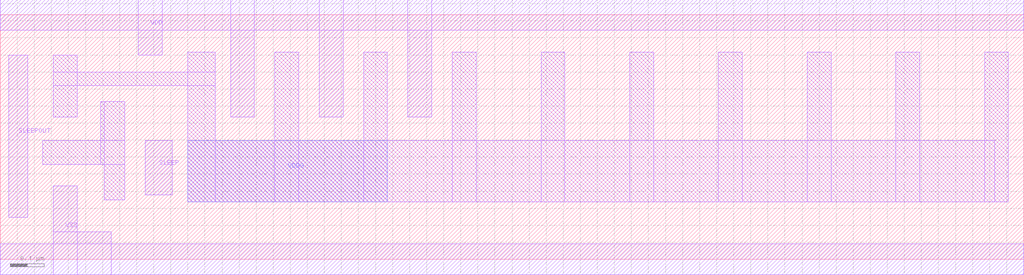
<source format=lef>

#******
# Preview export LEF
#
#	 Preview sub-version 5.10.41_USR2.19.52
#
# TECH LIB NAME: testLib4
# TECH FILE NAME: techfile.cds
#******

VERSION 5.4 ;

NAMESCASESENSITIVE ON ;

DIVIDERCHAR "|" ;
BUSBITCHARS "<>" ;

 USEMINSPACING OBS OFF  ;
UNITS
    DATABASE MICRONS 2000  ;
END UNITS

 MANUFACTURINGGRID    0.005000 ;

MACRO HEAD8DM
    CLASS CORE ;
    FOREIGN HEAD8DM 0 0 ;
    ORIGIN 0.0000 0.0000 ;
    SIZE 5.2000 BY 2.8700 ;
    SYMMETRY X Y ;
    SITE TSM130NMMETROSITE ;
    PIN SLEEP
        DIRECTION INPUT ;
        PORT
        LAYER METAL1 ;
        RECT  1.7000 0.7550 2.0150 1.3950 ;
        END
    END SLEEP
    PIN SLEEPOUT
        DIRECTION INPUT ;
        PORT
        LAYER METAL1 ;
        RECT  0.1000 0.4950 0.3200 2.4000 ;
        END
    END SLEEPOUT
    PIN VDDG
        DIRECTION INPUT ;
        USE POWER ;
        PORT
        LAYER METAL2 ;
        RECT  2.2000 0.6750 4.5400 1.3950 ;
        END
    END VDDG
    PIN VDD
        DIRECTION INOUT ;
        USE POWER ;
        SHAPE ABUTMENT ;
        PORT
        LAYER METAL1 ;
        RECT  0.0000 2.6900 5.2000 3.0500 ;
        RECT  4.8200 1.6700 5.1000 3.0500 ;
        RECT  3.7400 1.6700 4.0200 3.0500 ;
        RECT  2.7000 1.6700 2.9800 3.0500 ;
        RECT  1.6200 2.3950 1.9000 3.0500 ;
        END
    END VDD
    PIN VSS
        DIRECTION INOUT ;
        USE GROUND ;
        SHAPE ABUTMENT ;
        PORT
        LAYER METAL1 ;
        RECT  0.0000 -0.1800 5.2000 0.1800 ;
        RECT  0.6200 -0.1800 1.3000 0.3200 ;
        RECT  0.6200 -0.1800 0.9000 0.8600 ;
        END
    END VSS
    OBS
        LAYER METAL1 ;
        RECT  4.2600 0.6750 4.5400 2.4300 ;
        RECT  0.6200 2.0400 2.5200 2.2000 ;
        RECT  0.5000 1.1150 1.4600 1.3950 ;
        RECT  1.2200 0.6950 1.4600 1.8550 ;
        RECT  1.1800 1.1150 1.4600 1.8550 ;
        RECT  2.2000 0.6750 2.5200 2.4300 ;
        RECT  2.2000 0.6750 4.5400 1.3950 ;
        RECT  3.2200 0.6750 3.5000 2.4300 ;
        RECT  0.6200 1.6700 0.9000 2.4000 ;
    END
END HEAD8DM

MACRO HEAD16DM
    CLASS CORE ;
    FOREIGN HEAD8DM 0 0 ;
    ORIGIN 0.0000 0.0000 ;
    SIZE 8.0000 BY 2.8700 ;
    SYMMETRY X Y ;
    SITE TSM130NMMETROSITE ;
    PIN SLEEP
        DIRECTION INPUT ;
        PORT
        LAYER METAL1 ;
        RECT  1.7000 0.7550 2.0150 1.3950 ;
        END
    END SLEEP
    PIN SLEEPOUT
        DIRECTION INPUT ;
        PORT
        LAYER METAL1 ;
        RECT  0.1000 0.4950 0.3200 2.4000 ;
        END
    END SLEEPOUT
    PIN VDDG
        DIRECTION INPUT ;
        USE POWER ;
        PORT
        LAYER METAL2 ;
        RECT  2.2000 0.6750 4.5400 1.3950 ;
        END
    END VDDG
    PIN VDD
        DIRECTION INOUT ;
        USE POWER ;
        SHAPE ABUTMENT ;
        PORT
        LAYER METAL1 ;
        RECT  0.0000 2.6900 8.0000 3.0500 ;
        RECT  4.7800 1.6700 5.0600 3.0500 ;
        RECT  3.7400 1.6700 4.0200 3.0500 ;
        RECT  2.7000 1.6700 2.9800 3.0500 ;
        RECT  1.6200 2.3950 1.9000 3.0500 ;
        END
    END VDD
    PIN VSS
        DIRECTION INOUT ;
        USE GROUND ;
        SHAPE ABUTMENT ;
        PORT
        LAYER METAL1 ;
        RECT  0.0000 -0.1800 8.0000 0.1800 ;
        RECT  0.6200 -0.1800 1.3000 0.3200 ;
        RECT  0.6200 -0.1800 0.9000 0.8600 ;
        END
    END VSS
    OBS
        LAYER METAL1 ;
        RECT  7.3800 0.6750 7.6600 2.4300 ;
        RECT  6.3400 0.6750 6.6200 2.4300 ;
        RECT  5.3000 0.6750 5.5800 2.4300 ;
        RECT  4.2600 0.6750 4.5400 2.4300 ;
        RECT  0.6200 2.0400 2.5200 2.2000 ;
        RECT  0.5000 1.1150 1.4600 1.3950 ;
        RECT  1.2200 0.6950 1.4600 1.8550 ;
        RECT  1.1800 1.1150 1.4600 1.8550 ;
        RECT  2.2000 0.6750 2.5200 2.4300 ;
        RECT  2.2000 0.6750 7.6600 1.3950 ;
        RECT  3.2200 0.6750 3.5000 2.4300 ;
        RECT  0.6200 1.6700 0.9000 2.4000 ;
    END
END HEAD16DM

MACRO HEAD32DM
    CLASS CORE ;
    FOREIGN HEAD8DM 0 0 ;
    ORIGIN 0.0000 0.0000 ;
    SIZE 12.0000 BY 2.8700 ;
    SYMMETRY X Y ;
    SITE TSM130NMMETROSITE ;
    PIN SLEEP
        DIRECTION INPUT ;
        PORT
        LAYER METAL1 ;
        RECT  1.7000 0.7550 2.0150 1.3950 ;
        END
    END SLEEP
    PIN SLEEPOUT
        DIRECTION INPUT ;
        PORT
        LAYER METAL1 ;
        RECT  0.1000 0.4950 0.3200 2.4000 ;
        END
    END SLEEPOUT
    PIN VDDG
        DIRECTION INPUT ;
        USE POWER ;
        PORT
        LAYER METAL2 ;
        RECT  2.2000 0.6750 4.5400 1.3950 ;
        END
    END VDDG
    PIN VDD
        DIRECTION INOUT ;
        USE POWER ;
        SHAPE ABUTMENT ;
        PORT
        LAYER METAL1 ;
        RECT  0.0000 2.6900 12.0000 3.0500 ;
        RECT  4.7800 1.6700 5.0600 3.0500 ;
        RECT  3.7400 1.6700 4.0200 3.0500 ;
        RECT  2.7000 1.6700 2.9800 3.0500 ;
        RECT  1.6200 2.3950 1.9000 3.0500 ;
        END
    END VDD
    PIN VSS
        DIRECTION INOUT ;
        USE GROUND ;
        SHAPE ABUTMENT ;
        PORT
        LAYER METAL1 ;
        RECT  0.0000 -0.1800 12.0000 0.1800 ;
        RECT  0.6200 -0.1800 1.3000 0.3200 ;
        RECT  0.6200 -0.1800 0.9000 0.8600 ;
        END
    END VSS
    OBS
        LAYER METAL1 ;
        RECT  11.5400 0.6750 11.8200 2.4300 ;
        RECT  10.5000 0.6750 10.7800 2.4300 ;
        RECT  9.4600 0.6750 9.7400 2.4300 ;
        RECT  8.4200 0.6750 8.7000 2.4300 ;
        RECT  7.3800 0.6750 7.6600 2.4300 ;
        RECT  6.3400 0.6750 6.6200 2.4300 ;
        RECT  5.3000 0.6750 5.5800 2.4300 ;
        RECT  4.2600 0.6750 4.5400 2.4300 ;
        RECT  0.6200 2.0400 2.5200 2.2000 ;
        RECT  0.5000 1.1150 1.4600 1.3950 ;
        RECT  1.2200 0.6950 1.4600 1.8550 ;
        RECT  1.1800 1.1150 1.4600 1.8550 ;
        RECT  2.2000 0.6750 2.5200 2.4300 ;
        RECT  2.2000 0.6750 11.6600 1.3950 ;
        RECT  3.2200 0.6750 3.5000 2.4300 ;
        RECT  0.6200 1.6700 0.9000 2.4000 ;
    END
END HEAD32DM

END LIBRARY

</source>
